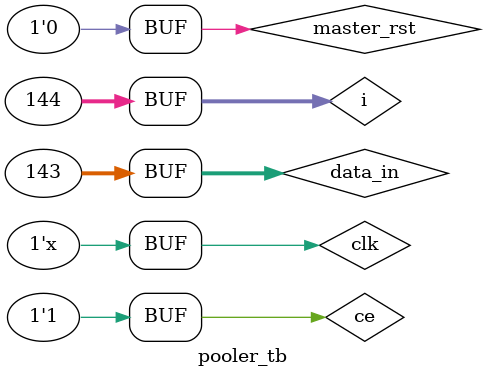
<source format=v>
`timescale 1ns / 1ps

module pooler_tb();

reg clk,ce;
reg [31:0] data_in;
reg master_rst;
wire [31:0] data_out;
wire pause_inputs;
wire valid_op;
wire end_op;
parameter clkp = 40;
integer i;
pooler dut(clk,ce,master_rst,data_in,data_out,valid_op,end_op);

initial begin
clk = 0;
ce = 0;
data_in = 0;
master_rst = 0;
#100;
master_rst = 1;
#clkp;
master_rst  = 0;
#10;
ce = 1;

for(i = 0; i<144;i = i+1) begin
if(pause_inputs)
#clkp;
data_in = i;//($urandom % 200);
#clkp;
end


end
always #(clkp/2) clk = ~clk;
endmodule
</source>
